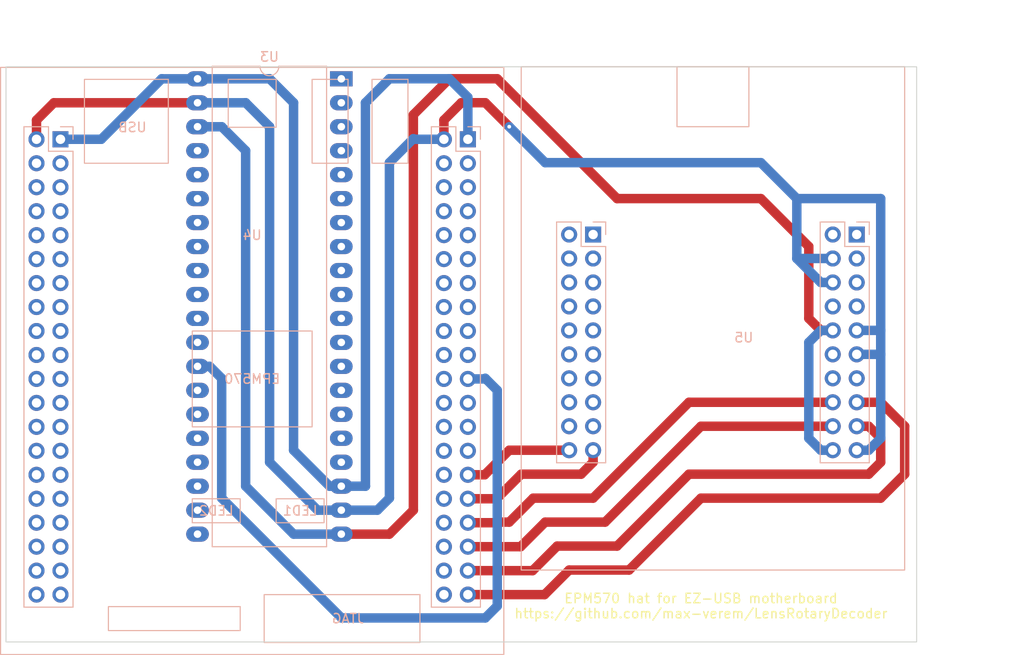
<source format=kicad_pcb>
(kicad_pcb (version 20211014) (generator pcbnew)
  (layers (0 "F.Cu" signal) (31 "B.Cu" signal) (34 "B.Paste" user) (35 "F.Paste" user) (36 "B.SilkS" user "B.Silkscreen") (37 "F.SilkS" user "F.Silkscreen") (38 "B.Mask" user) (39 "F.Mask" user) (44 "Edge.Cuts" user))
  (net 0 "")
  (net 1 "/GND")
  (net 2 "/VCC")
  (net 3 "/OUT_ZOOM_A")
  (net 4 "/OUT_ZOOM_B")
  (net 5 "/OUT_FOCUS_B")
  (net 6 "/OUT_IRIS_A")
  (net 7 "/OUT_IRIS_B")
  (net 8 "/OUT_FOCUS_A")
  (net 42 "/TX2")
  (net 139 "/PWIN")
  (footprint "Package_DIP:DIP-40_W15.24mm_LongPads" (layer "B.Cu") (at 125.71 44.455 180)
    (fp_text reference "U3" (at 7.62 2.33) (layer "B.SilkS") (effects (justify mirror)))
    (fp_text value "STM32F4x1Cx_v2.0+")
    (fp_line (start 6.62 1.33) (end 1.56 1.33) (layer "B.SilkS") (width 0.12))
    (fp_line (start 13.68 -49.59) (end 13.68 1.33) (layer "B.SilkS") (width 0.12))
    (fp_line (start 13.68 1.33) (end 8.62 1.33) (layer "B.SilkS") (width 0.12))
    (fp_line (start 1.56 -49.59) (end 13.68 -49.59) (layer "B.SilkS") (width 0.12))
    (fp_line (start 1.56 1.33) (end 1.56 -49.59) (layer "B.SilkS") (width 0.12))
    (fp_arc (start 6.62 1.33) (mid 7.62 0.33) (end 8.62 1.33) (layer "B.SilkS") (width 0.12))
    (pad "1" thru_hole rect locked (at 0 0 180) (size 2.4 1.6) (drill 0.8) (layers *.Cu *.Mask))
    (pad "2" thru_hole oval locked (at 0 -2.54 180) (size 2.4 1.6) (drill 0.8) (layers *.Cu *.Mask))
    (pad "3" thru_hole oval locked (at 0 -5.08 180) (size 2.4 1.6) (drill 0.8) (layers *.Cu *.Mask))
    (pad "4" thru_hole oval locked (at 0 -7.62 180) (size 2.4 1.6) (drill 0.8) (layers *.Cu *.Mask))
    (pad "5" thru_hole oval locked (at 0 -10.16 180) (size 2.4 1.6) (drill 0.8) (layers *.Cu *.Mask))
    (pad "6" thru_hole oval locked (at 0 -12.7 180) (size 2.4 1.6) (drill 0.8) (layers *.Cu *.Mask))
    (pad "7" thru_hole oval locked (at 0 -15.24 180) (size 2.4 1.6) (drill 0.8) (layers *.Cu *.Mask))
    (pad "8" thru_hole oval locked (at 0 -17.78 180) (size 2.4 1.6) (drill 0.8) (layers *.Cu *.Mask))
    (pad "9" thru_hole oval locked (at 0 -20.32 180) (size 2.4 1.6) (drill 0.8) (layers *.Cu *.Mask))
    (pad "10" thru_hole oval locked (at 0 -22.86 180) (size 2.4 1.6) (drill 0.8) (layers *.Cu *.Mask))
    (pad "11" thru_hole oval locked (at 0 -25.4 180) (size 2.4 1.6) (drill 0.8) (layers *.Cu *.Mask))
    (pad "12" thru_hole oval locked (at 0 -27.94 180) (size 2.4 1.6) (drill 0.8) (layers *.Cu *.Mask))
    (pad "13" thru_hole oval locked (at 0 -30.48 180) (size 2.4 1.6) (drill 0.8) (layers *.Cu *.Mask))
    (pad "14" thru_hole oval locked (at 0 -33.02 180) (size 2.4 1.6) (drill 0.8) (layers *.Cu *.Mask))
    (pad "15" thru_hole oval locked (at 0 -35.56 180) (size 2.4 1.6) (drill 0.8) (layers *.Cu *.Mask))
    (pad "16" thru_hole oval locked (at 0 -38.1 180) (size 2.4 1.6) (drill 0.8) (layers *.Cu *.Mask))
    (pad "17" thru_hole oval locked (at 0 -40.64 180) (size 2.4 1.6) (drill 0.8) (layers *.Cu *.Mask))
    (pad "18" thru_hole oval locked (at 0 -43.18 180) (size 2.4 1.6) (drill 0.8) (layers *.Cu *.Mask) (net 139 "/PWIN"))
    (pad "19" thru_hole oval locked (at 0 -45.72 180) (size 2.4 1.6) (drill 0.8) (layers *.Cu *.Mask) (net 1 "/GND"))
    (pad "20" thru_hole oval locked (at 0 -48.26 180) (size 2.4 1.6) (drill 0.8) (layers *.Cu *.Mask) (net 2 "/VCC"))
    (pad "21" thru_hole oval locked (at 15.24 -48.26 180) (size 2.4 1.6) (drill 0.8) (layers *.Cu *.Mask))
    (pad "22" thru_hole oval locked (at 15.24 -45.72 180) (size 2.4 1.6) (drill 0.8) (layers *.Cu *.Mask))
    (pad "23" thru_hole oval locked (at 15.24 -43.18 180) (size 2.4 1.6) (drill 0.8) (layers *.Cu *.Mask))
    (pad "24" thru_hole oval locked (at 15.24 -40.64 180) (size 2.4 1.6) (drill 0.8) (layers *.Cu *.Mask))
    (pad "25" thru_hole oval locked (at 15.24 -38.1 180) (size 2.4 1.6) (drill 0.8) (layers *.Cu *.Mask))
    (pad "26" thru_hole oval locked (at 15.24 -35.56 180) (size 2.4 1.6) (drill 0.8) (layers *.Cu *.Mask))
    (pad "27" thru_hole oval locked (at 15.24 -33.02 180) (size 2.4 1.6) (drill 0.8) (layers *.Cu *.Mask))
    (pad "28" thru_hole oval locked (at 15.24 -30.48 180) (size 2.4 1.6) (drill 0.8) (layers *.Cu *.Mask) (net 42 "/TX2"))
    (pad "29" thru_hole oval locked (at 15.24 -27.94 180) (size 2.4 1.6) (drill 0.8) (layers *.Cu *.Mask))
    (pad "30" thru_hole oval locked (at 15.24 -25.4 180) (size 2.4 1.6) (drill 0.8) (layers *.Cu *.Mask))
    (pad "31" thru_hole oval locked (at 15.24 -22.86 180) (size 2.4 1.6) (drill 0.8) (layers *.Cu *.Mask))
    (pad "32" thru_hole oval locked (at 15.24 -20.32 180) (size 2.4 1.6) (drill 0.8) (layers *.Cu *.Mask))
    (pad "33" thru_hole oval locked (at 15.24 -17.78 180) (size 2.4 1.6) (drill 0.8) (layers *.Cu *.Mask))
    (pad "34" thru_hole oval locked (at 15.24 -15.24 180) (size 2.4 1.6) (drill 0.8) (layers *.Cu *.Mask))
    (pad "35" thru_hole oval locked (at 15.24 -12.7 180) (size 2.4 1.6) (drill 0.8) (layers *.Cu *.Mask))
    (pad "36" thru_hole oval locked (at 15.24 -10.16 180) (size 2.4 1.6) (drill 0.8) (layers *.Cu *.Mask))
    (pad "37" thru_hole oval locked (at 15.24 -7.62 180) (size 2.4 1.6) (drill 0.8) (layers *.Cu *.Mask))
    (pad "38" thru_hole oval locked (at 15.24 -5.08 180) (size 2.4 1.6) (drill 0.8) (layers *.Cu *.Mask) (net 2 "/VCC"))
    (pad "39" thru_hole oval locked (at 15.24 -2.54 180) (size 2.4 1.6) (drill 0.8) (layers *.Cu *.Mask) (net 1 "/GND"))
    (pad "40" thru_hole oval locked (at 15.24 0 180) (size 2.4 1.6) (drill 0.8) (layers *.Cu *.Mask) (net 139 "/PWIN"))
  )
  (footprint "LensRotaryDecoder:CY7C68013A_EZ-USB_FX2LP" (layer "B.Cu") (at 168.37 72.385 180)
    (fp_text reference "U5" (at 0 0.5 unlocked) (layer "B.SilkS") (effects (justify mirror)))
    (fp_text value "CY7C68013A_EZ-USB_FX2LP")
    (fp_line (start -8.1 12.755) (end -8.1 -12.765) (layer "B.SilkS") (width 0.12))
    (fp_line (start 19.84 12.755) (end 19.84 -12.765) (layer "B.SilkS") (width 0.12))
    (fp_line (start -10.7 12.755) (end -8.1 12.755) (layer "B.SilkS") (width 0.12))
    (fp_line (start -13.3 -12.765) (end -8.1 -12.765) (layer "B.SilkS") (width 0.12))
    (fp_line (start 17.24 12.755) (end 19.84 12.755) (layer "B.SilkS") (width 0.12))
    (fp_line (start 14.64 12.755) (end 15.97 12.755) (layer "B.SilkS") (width 0.12))
    (fp_line (start -13.3 10.155) (end -13.3 -12.765) (layer "B.SilkS") (width 0.12))
    (fp_line (start 14.64 10.155) (end 17.24 10.155) (layer "B.SilkS") (width 0.12))
    (fp_line (start 14.64 -12.765) (end 19.84 -12.765) (layer "B.SilkS") (width 0.12))
    (fp_line (start -10.7 10.155) (end -10.7 12.755) (layer "B.SilkS") (width 0.12))
    (fp_line (start 17.24 10.155) (end 17.24 12.755) (layer "B.SilkS") (width 0.12))
    (fp_line (start -13.3 12.755) (end -11.97 12.755) (layer "B.SilkS") (width 0.12))
    (fp_line (start -13.3 11.425) (end -13.3 12.755) (layer "B.SilkS") (width 0.12))
    (fp_line (start -13.3 10.155) (end -10.7 10.155) (layer "B.SilkS") (width 0.12))
    (fp_line (start 14.64 11.425) (end 14.64 12.755) (layer "B.SilkS") (width 0.12))
    (fp_line (start 14.64 10.155) (end 14.64 -12.765) (layer "B.SilkS") (width 0.12))
    (fp_rect (start -17.05 29.205) (end 23.59 -24.135) (layer "B.SilkS") (width 0.12) (fill none))
    (fp_rect (start -0.54 29.205) (end 7.08 22.855) (layer "B.SilkS") (width 0.12) (fill none))
    (pad "1" thru_hole rect (at -11.97 11.425 180) (size 1.7 1.7) (drill 1) (layers *.Cu *.Mask))
    (pad "2" thru_hole oval (at -9.43 11.425 180) (size 1.7 1.7) (drill 1) (layers *.Cu *.Mask))
    (pad "3" thru_hole oval (at -11.97 8.885 180) (size 1.7 1.7) (drill 1) (layers *.Cu *.Mask))
    (pad "4" thru_hole oval (at -9.43 8.885 180) (size 1.7 1.7) (drill 1) (layers *.Cu *.Mask) (net 1 "/GND"))
    (pad "5" thru_hole oval (at -11.97 6.345 180) (size 1.7 1.7) (drill 1) (layers *.Cu *.Mask))
    (pad "6" thru_hole oval (at -9.43 6.345 180) (size 1.7 1.7) (drill 1) (layers *.Cu *.Mask) (net 1 "/GND"))
    (pad "7" thru_hole oval (at -11.97 3.805 180) (size 1.7 1.7) (drill 1) (layers *.Cu *.Mask))
    (pad "8" thru_hole oval (at -9.43 3.805 180) (size 1.7 1.7) (drill 1) (layers *.Cu *.Mask))
    (pad "9" thru_hole oval (at -11.97 1.265 180) (size 1.7 1.7) (drill 1) (layers *.Cu *.Mask) (net 1 "/GND"))
    (pad "10" thru_hole oval (at -9.43 1.265 180) (size 1.7 1.7) (drill 1) (layers *.Cu *.Mask) (net 2 "/VCC"))
    (pad "11" thru_hole oval (at -11.97 -1.275 180) (size 1.7 1.7) (drill 1) (layers *.Cu *.Mask) (net 1 "/GND"))
    (pad "12" thru_hole oval (at -9.43 -1.275 180) (size 1.7 1.7) (drill 1) (layers *.Cu *.Mask))
    (pad "13" thru_hole oval (at -11.97 -3.815 180) (size 1.7 1.7) (drill 1) (layers *.Cu *.Mask))
    (pad "14" thru_hole oval (at -9.43 -3.815 180) (size 1.7 1.7) (drill 1) (layers *.Cu *.Mask))
    (pad "15" thru_hole oval (at -11.97 -6.355 180) (size 1.7 1.7) (drill 1) (layers *.Cu *.Mask) (net 3 "/OUT_ZOOM_A"))
    (pad "16" thru_hole oval (at -9.43 -6.355 180) (size 1.7 1.7) (drill 1) (layers *.Cu *.Mask) (net 4 "/OUT_ZOOM_B"))
    (pad "17" thru_hole oval (at -11.97 -8.895 180) (size 1.7 1.7) (drill 1) (layers *.Cu *.Mask) (net 8 "/OUT_FOCUS_A"))
    (pad "18" thru_hole oval (at -9.43 -8.895 180) (size 1.7 1.7) (drill 1) (layers *.Cu *.Mask) (net 5 "/OUT_FOCUS_B"))
    (pad "19" thru_hole oval (at -11.97 -11.435 180) (size 1.7 1.7) (drill 1) (layers *.Cu *.Mask) (net 1 "/GND"))
    (pad "20" thru_hole oval (at -9.43 -11.435 180) (size 1.7 1.7) (drill 1) (layers *.Cu *.Mask) (net 2 "/VCC"))
    (pad "21" thru_hole rect (at 15.97 11.425 180) (size 1.7 1.7) (drill 1) (layers *.Cu *.Mask))
    (pad "22" thru_hole oval (at 18.51 11.425 180) (size 1.7 1.7) (drill 1) (layers *.Cu *.Mask))
    (pad "23" thru_hole oval (at 15.97 8.885 180) (size 1.7 1.7) (drill 1) (layers *.Cu *.Mask))
    (pad "24" thru_hole oval (at 18.51 8.885 180) (size 1.7 1.7) (drill 1) (layers *.Cu *.Mask))
    (pad "25" thru_hole oval (at 15.97 6.345 180) (size 1.7 1.7) (drill 1) (layers *.Cu *.Mask))
    (pad "26" thru_hole oval (at 18.51 6.345 180) (size 1.7 1.7) (drill 1) (layers *.Cu *.Mask))
    (pad "27" thru_hole oval (at 15.97 3.805 180) (size 1.7 1.7) (drill 1) (layers *.Cu *.Mask))
    (pad "28" thru_hole oval (at 18.51 3.805 180) (size 1.7 1.7) (drill 1) (layers *.Cu *.Mask))
    (pad "29" thru_hole oval (at 15.97 1.265 180) (size 1.7 1.7) (drill 1) (layers *.Cu *.Mask))
    (pad "30" thru_hole oval (at 18.51 1.265 180) (size 1.7 1.7) (drill 1) (layers *.Cu *.Mask))
    (pad "31" thru_hole oval (at 15.97 -1.275 180) (size 1.7 1.7) (drill 1) (layers *.Cu *.Mask))
    (pad "32" thru_hole oval (at 18.51 -1.275 180) (size 1.7 1.7) (drill 1) (layers *.Cu *.Mask))
    (pad "33" thru_hole oval (at 15.97 -3.815 180) (size 1.7 1.7) (drill 1) (layers *.Cu *.Mask))
    (pad "34" thru_hole oval (at 18.51 -3.815 180) (size 1.7 1.7) (drill 1) (layers *.Cu *.Mask))
    (pad "35" thru_hole oval (at 15.97 -6.355 180) (size 1.7 1.7) (drill 1) (layers *.Cu *.Mask))
    (pad "36" thru_hole oval (at 18.51 -6.355 180) (size 1.7 1.7) (drill 1) (layers *.Cu *.Mask))
    (pad "37" thru_hole oval (at 15.97 -8.895 180) (size 1.7 1.7) (drill 1) (layers *.Cu *.Mask))
    (pad "38" thru_hole oval (at 18.51 -8.895 180) (size 1.7 1.7) (drill 1) (layers *.Cu *.Mask))
    (pad "39" thru_hole oval (at 15.97 -11.435 180) (size 1.7 1.7) (drill 1) (layers *.Cu *.Mask) (net 7 "/OUT_IRIS_B"))
    (pad "40" thru_hole oval (at 18.51 -11.435 180) (size 1.7 1.7) (drill 1) (layers *.Cu *.Mask) (net 6 "/OUT_IRIS_A"))
  )
  (footprint "LensRotaryDecoder:EPM570_DEV_BOARD" (layer "B.Cu") (at 116.265 76.265 180)
    (fp_text reference "U4" (at 0 15.24 unlocked) (layer "B.SilkS") (effects (justify mirror)))
    (fp_text value "EPM570_DEV_BOARD")
    (fp_text user "EPM570" (at 0 0 unlocked) (layer "B.SilkS") (effects (justify mirror)))
    (fp_text user "LED1" (at -5.08 -13.97 unlocked) (layer "B.SilkS") (effects (justify mirror)))
    (fp_text user "JTAG" (at -10.16 -25.4 unlocked) (layer "B.SilkS") (effects (justify mirror)))
    (fp_text user "LED2" (at 3.81 -13.97 unlocked) (layer "B.SilkS") (effects (justify mirror)))
    (fp_text user "USB" (at 12.7 26.67 unlocked) (layer "B.SilkS") (effects (justify mirror)))
    (fp_line (start -24.19 25.4) (end -24.19 26.73) (layer "B.SilkS") (width 0.12))
    (fp_line (start 24.19 26.73) (end 24.19 -24.19) (layer "B.SilkS") (width 0.12))
    (fp_line (start 18.99 24.13) (end 21.59 24.13) (layer "B.SilkS") (width 0.12))
    (fp_line (start 21.59 26.73) (end 24.19 26.73) (layer "B.SilkS") (width 0.12))
    (fp_line (start -21.59 24.13) (end -21.59 26.73) (layer "B.SilkS") (width 0.12))
    (fp_line (start -24.19 -24.19) (end -18.99 -24.19) (layer "B.SilkS") (width 0.12))
    (fp_line (start 18.99 26.73) (end 20.32 26.73) (layer "B.SilkS") (width 0.12))
    (fp_line (start -24.19 26.73) (end -22.86 26.73) (layer "B.SilkS") (width 0.12))
    (fp_line (start 21.59 24.13) (end 21.59 26.73) (layer "B.SilkS") (width 0.12))
    (fp_line (start 18.99 24.13) (end 18.99 -24.19) (layer "B.SilkS") (width 0.12))
    (fp_line (start 18.99 25.4) (end 18.99 26.73) (layer "B.SilkS") (width 0.12))
    (fp_line (start -21.59 26.73) (end -18.99 26.73) (layer "B.SilkS") (width 0.12))
    (fp_line (start -18.99 26.73) (end -18.99 -24.19) (layer "B.SilkS") (width 0.12))
    (fp_line (start -24.19 24.13) (end -24.19 -24.19) (layer "B.SilkS") (width 0.12))
    (fp_line (start -24.19 24.13) (end -21.59 24.13) (layer "B.SilkS") (width 0.12))
    (fp_line (start 18.99 -24.19) (end 24.19 -24.19) (layer "B.SilkS") (width 0.12))
    (fp_rect (start 6.35 -15.24) (end 1.27 -12.7) (layer "B.SilkS") (width 0.12) (fill none))
    (fp_rect (start -2.54 31.75) (end 2.54 26.67) (layer "B.SilkS") (width 0.12) (fill none))
    (fp_rect (start -26.67 33.02) (end 26.67 -29.21) (layer "B.SilkS") (width 0.12) (fill none))
    (fp_rect (start -10.16 31.75) (end -6.35 22.86) (layer "B.SilkS") (width 0.12) (fill none))
    (fp_rect (start 8.89 31.75) (end 17.78 22.86) (layer "B.SilkS") (width 0.12) (fill none))
    (fp_rect (start -16.51 31.75) (end -12.7 22.86) (layer "B.SilkS") (width 0.12) (fill none))
    (fp_rect (start -6.35 5.08) (end 6.35 -5.08) (layer "B.SilkS") (width 0.12) (fill none))
    (fp_rect (start -7.62 -12.7) (end -2.54 -15.24) (layer "B.SilkS") (width 0.12) (fill none))
    (fp_rect (start -17.78 -22.86) (end -1.27 -27.94) (layer "B.SilkS") (width 0.12) (fill none))
    (fp_rect (start 1.27 -24.13) (end 15.24 -26.67) (layer "B.SilkS") (width 0.12) (fill none))
    (pad "1" thru_hole rect (at -22.86 25.4 180) (size 1.7 1.7) (drill 1) (layers *.Cu *.Mask) (net 139 "/PWIN"))
    (pad "2" thru_hole oval (at -20.32 25.4 180) (size 1.7 1.7) (drill 1) (layers *.Cu *.Mask) (net 1 "/GND"))
    (pad "3" thru_hole oval (at -22.86 22.86 180) (size 1.7 1.7) (drill 1) (layers *.Cu *.Mask))
    (pad "4" thru_hole oval (at -20.32 22.86 180) (size 1.7 1.7) (drill 1) (layers *.Cu *.Mask))
    (pad "5" thru_hole oval (at -22.86 20.32 180) (size 1.7 1.7) (drill 1) (layers *.Cu *.Mask))
    (pad "6" thru_hole oval (at -20.32 20.32 180) (size 1.7 1.7) (drill 1) (layers *.Cu *.Mask))
    (pad "7" thru_hole oval (at -22.86 17.78 180) (size 1.7 1.7) (drill 1) (layers *.Cu *.Mask))
    (pad "8" thru_hole oval (at -20.32 17.78 180) (size 1.7 1.7) (drill 1) (layers *.Cu *.Mask))
    (pad "9" thru_hole oval (at -22.86 15.24 180) (size 1.7 1.7) (drill 1) (layers *.Cu *.Mask))
    (pad "10" thru_hole oval (at -20.32 15.24 180) (size 1.7 1.7) (drill 1) (layers *.Cu *.Mask))
    (pad "11" thru_hole oval (at -22.86 12.7 180) (size 1.7 1.7) (drill 1) (layers *.Cu *.Mask))
    (pad "12" thru_hole oval (at -20.32 12.7 180) (size 1.7 1.7) (drill 1) (layers *.Cu *.Mask))
    (pad "13" thru_hole oval (at -22.86 10.16 180) (size 1.7 1.7) (drill 1) (layers *.Cu *.Mask))
    (pad "14" thru_hole oval (at -20.32 10.16 180) (size 1.7 1.7) (drill 1) (layers *.Cu *.Mask))
    (pad "15" thru_hole oval (at -22.86 7.62 180) (size 1.7 1.7) (drill 1) (layers *.Cu *.Mask))
    (pad "16" thru_hole oval (at -20.32 7.62 180) (size 1.7 1.7) (drill 1) (layers *.Cu *.Mask))
    (pad "17" thru_hole oval (at -22.86 5.08 180) (size 1.7 1.7) (drill 1) (layers *.Cu *.Mask))
    (pad "18" thru_hole oval (at -20.32 5.08 180) (size 1.7 1.7) (drill 1) (layers *.Cu *.Mask))
    (pad "19" thru_hole oval (at -22.86 2.54 180) (size 1.7 1.7) (drill 1) (layers *.Cu *.Mask))
    (pad "20" thru_hole oval (at -20.32 2.54 180) (size 1.7 1.7) (drill 1) (layers *.Cu *.Mask))
    (pad "21" thru_hole oval (at -22.86 0 180) (size 1.7 1.7) (drill 1) (layers *.Cu *.Mask) (net 42 "/TX2"))
    (pad "22" thru_hole oval (at -20.32 0 180) (size 1.7 1.7) (drill 1) (layers *.Cu *.Mask))
    (pad "23" thru_hole oval (at -22.86 -2.54 180) (size 1.7 1.7) (drill 1) (layers *.Cu *.Mask))
    (pad "24" thru_hole oval (at -20.32 -2.54 180) (size 1.7 1.7) (drill 1) (layers *.Cu *.Mask))
    (pad "25" thru_hole oval (at -22.86 -5.08 180) (size 1.7 1.7) (drill 1) (layers *.Cu *.Mask))
    (pad "26" thru_hole oval (at -20.32 -5.08 180) (size 1.7 1.7) (drill 1) (layers *.Cu *.Mask))
    (pad "27" thru_hole oval (at -22.86 -7.62 180) (size 1.7 1.7) (drill 1) (layers *.Cu *.Mask))
    (pad "28" thru_hole oval (at -20.32 -7.62 180) (size 1.7 1.7) (drill 1) (layers *.Cu *.Mask))
    (pad "29" thru_hole oval (at -22.86 -10.16 180) (size 1.7 1.7) (drill 1) (layers *.Cu *.Mask) (net 6 "/OUT_IRIS_A"))
    (pad "30" thru_hole oval (at -20.32 -10.16 180) (size 1.7 1.7) (drill 1) (layers *.Cu *.Mask))
    (pad "31" thru_hole oval (at -22.86 -12.7 180) (size 1.7 1.7) (drill 1) (layers *.Cu *.Mask) (net 7 "/OUT_IRIS_B"))
    (pad "32" thru_hole oval (at -20.32 -12.7 180) (size 1.7 1.7) (drill 1) (layers *.Cu *.Mask))
    (pad "33" thru_hole oval (at -22.86 -15.24 180) (size 1.7 1.7) (drill 1) (layers *.Cu *.Mask) (net 4 "/OUT_ZOOM_B"))
    (pad "34" thru_hole oval (at -20.32 -15.24 180) (size 1.7 1.7) (drill 1) (layers *.Cu *.Mask))
    (pad "35" thru_hole oval (at -22.86 -17.78 180) (size 1.7 1.7) (drill 1) (layers *.Cu *.Mask) (net 5 "/OUT_FOCUS_B"))
    (pad "36" thru_hole oval (at -20.32 -17.78 180) (size 1.7 1.7) (drill 1) (layers *.Cu *.Mask))
    (pad "37" thru_hole oval (at -22.86 -20.32 180) (size 1.7 1.7) (drill 1) (layers *.Cu *.Mask) (net 8 "/OUT_FOCUS_A"))
    (pad "38" thru_hole oval (at -20.32 -20.32 180) (size 1.7 1.7) (drill 1) (layers *.Cu *.Mask))
    (pad "39" thru_hole oval (at -22.86 -22.86 180) (size 1.7 1.7) (drill 1) (layers *.Cu *.Mask) (net 3 "/OUT_ZOOM_A"))
    (pad "40" thru_hole oval (at -20.32 -22.86 180) (size 1.7 1.7) (drill 1) (layers *.Cu *.Mask))
    (pad "41" thru_hole rect (at 20.32 25.4 180) (size 1.7 1.7) (drill 1) (layers *.Cu *.Mask) (net 139 "/PWIN"))
    (pad "42" thru_hole oval (at 22.86 25.4 180) (size 1.7 1.7) (drill 1) (layers *.Cu *.Mask) (net 1 "/GND"))
    (pad "43" thru_hole oval (at 20.32 22.86 180) (size 1.7 1.7) (drill 1) (layers *.Cu *.Mask))
    (pad "44" thru_hole oval (at 22.86 22.86 180) (size 1.7 1.7) (drill 1) (layers *.Cu *.Mask))
    (pad "45" thru_hole oval (at 20.32 20.32 180) (size 1.7 1.7) (drill 1) (layers *.Cu *.Mask))
    (pad "46" thru_hole oval (at 22.86 20.32 180) (size 1.7 1.7) (drill 1) (layers *.Cu *.Mask))
    (pad "47" thru_hole oval (at 20.32 17.78 180) (size 1.7 1.7) (drill 1) (layers *.Cu *.Mask))
    (pad "48" thru_hole oval (at 22.86 17.78 180) (size 1.7 1.7) (drill 1) (layers *.Cu *.Mask))
    (pad "49" thru_hole oval (at 20.32 15.24 180) (size 1.7 1.7) (drill 1) (layers *.Cu *.Mask))
    (pad "50" thru_hole oval (at 22.86 15.24 180) (size 1.7 1.7) (drill 1) (layers *.Cu *.Mask))
    (pad "51" thru_hole oval (at 20.32 12.7 180) (size 1.7 1.7) (drill 1) (layers *.Cu *.Mask))
    (pad "52" thru_hole oval (at 22.86 12.7 180) (size 1.7 1.7) (drill 1) (layers *.Cu *.Mask))
    (pad "53" thru_hole oval (at 20.32 10.16 180) (size 1.7 1.7) (drill 1) (layers *.Cu *.Mask))
    (pad "54" thru_hole oval (at 22.86 10.16 180) (size 1.7 1.7) (drill 1) (layers *.Cu *.Mask))
    (pad "55" thru_hole oval (at 20.32 7.62 180) (size 1.7 1.7) (drill 1) (layers *.Cu *.Mask))
    (pad "56" thru_hole oval (at 22.86 7.62 180) (size 1.7 1.7) (drill 1) (layers *.Cu *.Mask))
    (pad "57" thru_hole oval (at 20.32 5.08 180) (size 1.7 1.7) (drill 1) (layers *.Cu *.Mask))
    (pad "58" thru_hole oval (at 22.86 5.08 180) (size 1.7 1.7) (drill 1) (layers *.Cu *.Mask))
    (pad "59" thru_hole oval (at 20.32 2.54 180) (size 1.7 1.7) (drill 1) (layers *.Cu *.Mask))
    (pad "60" thru_hole oval (at 22.86 2.54 180) (size 1.7 1.7) (drill 1) (layers *.Cu *.Mask))
    (pad "61" thru_hole oval (at 20.32 0 180) (size 1.7 1.7) (drill 1) (layers *.Cu *.Mask))
    (pad "62" thru_hole oval (at 22.86 0 180) (size 1.7 1.7) (drill 1) (layers *.Cu *.Mask))
    (pad "63" thru_hole oval (at 20.32 -2.54 180) (size 1.7 1.7) (drill 1) (layers *.Cu *.Mask))
    (pad "64" thru_hole oval (at 22.86 -2.54 180) (size 1.7 1.7) (drill 1) (layers *.Cu *.Mask))
    (pad "65" thru_hole oval (at 20.32 -5.08 180) (size 1.7 1.7) (drill 1) (layers *.Cu *.Mask))
    (pad "66" thru_hole oval (at 22.86 -5.08 180) (size 1.7 1.7) (drill 1) (layers *.Cu *.Mask))
    (pad "67" thru_hole oval (at 20.32 -7.62 180) (size 1.7 1.7) (drill 1) (layers *.Cu *.Mask))
    (pad "68" thru_hole oval (at 22.86 -7.62 180) (size 1.7 1.7) (drill 1) (layers *.Cu *.Mask))
    (pad "69" thru_hole oval (at 20.32 -10.16 180) (size 1.7 1.7) (drill 1) (layers *.Cu *.Mask))
    (pad "70" thru_hole oval (at 22.86 -10.16 180) (size 1.7 1.7) (drill 1) (layers *.Cu *.Mask))
    (pad "71" thru_hole oval (at 20.32 -12.7 180) (size 1.7 1.7) (drill 1) (layers *.Cu *.Mask))
    (pad "72" thru_hole oval (at 22.86 -12.7 180) (size 1.7 1.7) (drill 1) (layers *.Cu *.Mask))
    (pad "73" thru_hole oval (at 20.32 -15.24 180) (size 1.7 1.7) (drill 1) (layers *.Cu *.Mask))
    (pad "74" thru_hole oval (at 22.86 -15.24 180) (size 1.7 1.7) (drill 1) (layers *.Cu *.Mask))
    (pad "75" thru_hole oval (at 20.32 -17.78 180) (size 1.7 1.7) (drill 1) (layers *.Cu *.Mask))
    (pad "76" thru_hole oval (at 22.86 -17.78 180) (size 1.7 1.7) (drill 1) (layers *.Cu *.Mask))
    (pad "77" thru_hole oval (at 20.32 -20.32 180) (size 1.7 1.7) (drill 1) (layers *.Cu *.Mask))
    (pad "78" thru_hole oval (at 22.86 -20.32 180) (size 1.7 1.7) (drill 1) (layers *.Cu *.Mask))
    (pad "79" thru_hole oval (at 20.32 -22.86 180) (size 1.7 1.7) (drill 1) (layers *.Cu *.Mask))
    (pad "80" thru_hole oval (at 22.86 -22.86 180) (size 1.7 1.7) (drill 1) (layers *.Cu *.Mask))
  )
  (gr_rect (start 90.17 43.18) (end 186.69 104.14) (layer "Edge.Cuts") (width 0.1) (fill none))
  (gr_text "EPM570 hat for EZ-USB motherboard\nhttps://github.com/max-verem/LensRotaryDecoder" (at 163.83 100.33) (layer "F.SilkS") (effects (font (size 1 1))))
  (segment (start 140.97 46.99) (end 138.43 46.99) (width 1) (layer "F.Cu") (net 1))
  (segment (start 93.405 48.835) (end 95.245 46.995) (width 1) (layer "F.Cu") (net 1))
  (segment (start 95.245 46.995) (end 110.47 46.995) (width 1) (layer "F.Cu") (net 1))
  (segment (start 143.51 49.53) (end 140.97 46.99) (width 1) (layer "F.Cu") (net 1))
  (segment (start 138.43 46.99) (end 136.585 48.835) (width 1) (layer "F.Cu") (net 1))
  (segment (start 93.405 50.865) (end 93.405 48.835) (width 1) (layer "F.Cu") (net 1))
  (segment (start 136.585 48.835) (end 136.585 50.865) (width 1) (layer "F.Cu") (net 1))
  (via (at 143.51 49.53) (size 0.8) (drill 0.4) (layers "F.Cu" "B.Cu") (net 1))
  (segment (start 147.32 53.34) (end 170.18 53.34) (width 1) (layer "B.Cu") (net 1))
  (segment (start 133.35 50.8) (end 133.415 50.865) (width 1) (layer "B.Cu") (net 1))
  (segment (start 180.34 71.12) (end 182.88 71.12) (width 1) (layer "B.Cu") (net 1))
  (segment (start 180.34 83.82) (end 181.61 83.82) (width 1) (layer "B.Cu") (net 1))
  (segment (start 181.61 83.82) (end 182.88 82.55) (width 1) (layer "B.Cu") (net 1))
  (segment (start 115.57 46.99) (end 115.565 46.995) (width 1) (layer "B.Cu") (net 1))
  (segment (start 118.11 85.09) (end 118.11 49.53) (width 1) (layer "B.Cu") (net 1))
  (segment (start 125.71 90.175) (end 129.535 90.175) (width 1) (layer "B.Cu") (net 1))
  (segment (start 170.18 53.34) (end 173.99 57.15) (width 1) (layer "B.Cu") (net 1))
  (segment (start 133.415 50.865) (end 136.585 50.865) (width 1) (layer "B.Cu") (net 1))
  (segment (start 125.71 90.175) (end 123.195 90.175) (width 1) (layer "B.Cu") (net 1))
  (segment (start 180.34 73.66) (end 182.88 73.66) (width 1) (layer "B.Cu") (net 1))
  (segment (start 182.88 57.15) (end 173.99 57.15) (width 1) (layer "B.Cu") (net 1))
  (segment (start 173.99 57.15) (end 173.99 63.5) (width 1) (layer "B.Cu") (net 1))
  (segment (start 123.195 90.175) (end 118.11 85.09) (width 1) (layer "B.Cu") (net 1))
  (segment (start 129.535 90.175) (end 130.81 88.9) (width 1) (layer "B.Cu") (net 1))
  (segment (start 177.8 63.5) (end 173.99 63.5) (width 1) (layer "B.Cu") (net 1))
  (segment (start 182.88 71.12) (end 182.88 57.15) (width 1) (layer "B.Cu") (net 1))
  (segment (start 115.565 46.995) (end 110.47 46.995) (width 1) (layer "B.Cu") (net 1))
  (segment (start 182.88 82.55) (end 182.88 73.66) (width 1) (layer "B.Cu") (net 1))
  (segment (start 130.81 88.9) (end 130.81 53.34) (width 1) (layer "B.Cu") (net 1))
  (segment (start 176.53 66.04) (end 177.8 66.04) (width 1) (layer "B.Cu") (net 1))
  (segment (start 173.99 63.5) (end 176.53 66.04) (width 1) (layer "B.Cu") (net 1))
  (segment (start 130.81 53.34) (end 133.35 50.8) (width 1) (layer "B.Cu") (net 1))
  (segment (start 143.51 49.53) (end 147.32 53.34) (width 1) (layer "B.Cu") (net 1))
  (segment (start 182.88 73.66) (end 182.88 71.12) (width 1) (layer "B.Cu") (net 1))
  (segment (start 118.11 49.53) (end 115.57 46.99) (width 1) (layer "B.Cu") (net 1))
  (segment (start 133.35 48.26) (end 137.16 44.45) (width 1) (layer "F.Cu") (net 2))
  (segment (start 130.805 92.715) (end 133.35 90.17) (width 1) (layer "F.Cu") (net 2))
  (segment (start 176.53 71.12) (end 177.8 71.12) (width 1) (layer "F.Cu") (net 2))
  (segment (start 133.35 90.17) (end 133.35 48.26) (width 1) (layer "F.Cu") (net 2))
  (segment (start 175.26 62.23) (end 175.26 69.85) (width 1) (layer "F.Cu") (net 2))
  (segment (start 142.24 44.45) (end 154.94 57.15) (width 1) (layer "F.Cu") (net 2))
  (segment (start 175.26 69.85) (end 176.53 71.12) (width 1) (layer "F.Cu") (net 2))
  (segment (start 154.94 57.15) (end 170.18 57.15) (width 1) (layer "F.Cu") (net 2))
  (segment (start 137.16 44.45) (end 142.24 44.45) (width 1) (layer "F.Cu") (net 2))
  (segment (start 170.18 57.15) (end 175.26 62.23) (width 1) (layer "F.Cu") (net 2))
  (segment (start 125.71 92.715) (end 130.805 92.715) (width 1) (layer "F.Cu") (net 2))
  (segment (start 176.53 71.12) (end 177.8 71.12) (width 1) (layer "B.Cu") (net 2))
  (segment (start 115.57 87.63) (end 120.655 92.715) (width 1) (layer "B.Cu") (net 2))
  (segment (start 177.8 83.82) (end 176.53 83.82) (width 1) (layer "B.Cu") (net 2))
  (segment (start 175.26 82.55) (end 175.26 72.39) (width 1) (layer "B.Cu") (net 2))
  (segment (start 175.26 72.39) (end 176.53 71.12) (width 1) (layer "B.Cu") (net 2))
  (segment (start 115.57 52.07) (end 115.57 87.63) (width 1) (layer "B.Cu") (net 2))
  (segment (start 110.47 49.535) (end 113.035 49.535) (width 1) (layer "B.Cu") (net 2))
  (segment (start 113.035 49.535) (end 115.57 52.07) (width 1) (layer "B.Cu") (net 2))
  (segment (start 176.53 83.82) (end 175.26 82.55) (width 1) (layer "B.Cu") (net 2))
  (segment (start 120.655 92.715) (end 125.71 92.715) (width 1) (layer "B.Cu") (net 2))
  (segment (start 156.21 96.52) (end 149.86 96.52) (width 1) (layer "F.Cu") (net 3))
  (segment (start 147.255 99.125) (end 139.125 99.125) (width 1) (layer "F.Cu") (net 3))
  (segment (start 182.88 88.9) (end 163.83 88.9) (width 1) (layer "F.Cu") (net 3))
  (segment (start 185.42 86.36) (end 182.88 88.9) (width 1) (layer "F.Cu") (net 3))
  (segment (start 185.42 81.28) (end 185.42 86.36) (width 1) (layer "F.Cu") (net 3))
  (segment (start 182.88 78.74) (end 185.42 81.28) (width 1) (layer "F.Cu") (net 3))
  (segment (start 149.86 96.52) (end 147.255 99.125) (width 1) (layer "F.Cu") (net 3))
  (segment (start 163.83 88.9) (end 156.21 96.52) (width 1) (layer "F.Cu") (net 3))
  (segment (start 180.34 78.74) (end 182.88 78.74) (width 1) (layer "F.Cu") (net 3))
  (segment (start 139.125 91.505) (end 142.175 91.505) (width 1) (layer "F.Cu") (net 4))
  (segment (start 162.56 78.74) (end 177.8 78.74) (width 1) (layer "F.Cu") (net 4))
  (segment (start 143.51 91.44) (end 146.05 88.9) (width 1) (layer "F.Cu") (net 4))
  (segment (start 146.05 88.9) (end 152.4 88.9) (width 1) (layer "F.Cu") (net 4))
  (segment (start 142.175 91.505) (end 142.24 91.44) (width 1) (layer "F.Cu") (net 4))
  (segment (start 142.24 91.44) (end 143.51 91.44) (width 1) (layer "F.Cu") (net 4))
  (segment (start 152.4 88.9) (end 162.56 78.74) (width 1) (layer "F.Cu") (net 4))
  (segment (start 153.67 91.44) (end 163.83 81.28) (width 1) (layer "F.Cu") (net 5))
  (segment (start 147.32 91.44) (end 153.67 91.44) (width 1) (layer "F.Cu") (net 5))
  (segment (start 163.83 81.28) (end 177.8 81.28) (width 1) (layer "F.Cu") (net 5))
  (segment (start 139.125 94.045) (end 144.715 94.045) (width 1) (layer "F.Cu") (net 5))
  (segment (start 144.715 94.045) (end 147.32 91.44) (width 1) (layer "F.Cu") (net 5))
  (segment (start 140.905 86.425) (end 143.51 83.82) (width 1) (layer "F.Cu") (net 6))
  (segment (start 143.51 83.82) (end 149.86 83.82) (width 1) (layer "F.Cu") (net 6))
  (segment (start 139.125 86.425) (end 140.905 86.425) (width 1) (layer "F.Cu") (net 6))
  (segment (start 152.4 83.82) (end 152.4 85.09) (width 1) (layer "F.Cu") (net 7))
  (segment (start 142.175 88.965) (end 139.125 88.965) (width 1) (layer "F.Cu") (net 7))
  (segment (start 151.13 86.36) (end 144.78 86.36) (width 1) (layer "F.Cu") (net 7))
  (segment (start 152.4 85.09) (end 151.13 86.36) (width 1) (layer "F.Cu") (net 7))
  (segment (start 144.78 86.36) (end 142.175 88.965) (width 1) (layer "F.Cu") (net 7))
  (segment (start 154.94 93.98) (end 162.56 86.36) (width 1) (layer "F.Cu") (net 8))
  (segment (start 181.61 81.28) (end 180.34 81.28) (width 1) (layer "F.Cu") (net 8))
  (segment (start 182.88 82.55) (end 181.61 81.28) (width 1) (layer "F.Cu") (net 8))
  (segment (start 145.985 96.585) (end 148.59 93.98) (width 1) (layer "F.Cu") (net 8))
  (segment (start 148.59 93.98) (end 154.94 93.98) (width 1) (layer "F.Cu") (net 8))
  (segment (start 181.61 86.36) (end 182.88 85.09) (width 1) (layer "F.Cu") (net 8))
  (segment (start 139.125 96.585) (end 145.985 96.585) (width 1) (layer "F.Cu") (net 8))
  (segment (start 162.56 86.36) (end 181.61 86.36) (width 1) (layer "F.Cu") (net 8))
  (segment (start 182.88 85.09) (end 182.88 82.55) (width 1) (layer "F.Cu") (net 8))
  (segment (start 140.97 101.6) (end 142.24 100.33) (width 1) (layer "B.Cu") (net 42))
  (segment (start 111.765 74.935) (end 113.03 76.2) (width 1) (layer "B.Cu") (net 42))
  (segment (start 142.24 77.47) (end 140.97 76.2) (width 1) (layer "B.Cu") (net 42))
  (segment (start 113.03 88.9) (end 125.73 101.6) (width 1) (layer "B.Cu") (net 42))
  (segment (start 113.03 76.2) (end 113.03 88.9) (width 1) (layer "B.Cu") (net 42))
  (segment (start 140.97 76.2) (end 140.905 76.265) (width 1) (layer "B.Cu") (net 42))
  (segment (start 140.905 76.265) (end 139.125 76.265) (width 1) (layer "B.Cu") (net 42))
  (segment (start 142.24 100.33) (end 142.24 77.47) (width 1) (layer "B.Cu") (net 42))
  (segment (start 125.73 101.6) (end 140.97 101.6) (width 1) (layer "B.Cu") (net 42))
  (segment (start 110.47 74.935) (end 111.765 74.935) (width 1) (layer "B.Cu") (net 42))
  (segment (start 118.105 44.455) (end 118.11 44.45) (width 1) (layer "B.Cu") (net 139))
  (segment (start 95.945 50.865) (end 100.265 50.865) (width 1) (layer "B.Cu") (net 139))
  (segment (start 106.685 44.455) (end 110.47 44.455) (width 1) (layer "B.Cu") (net 139))
  (segment (start 139.125 46.415) (end 139.125 50.865) (width 1) (layer "B.Cu") (net 139))
  (segment (start 128.265 87.635) (end 128.27 87.63) (width 1) (layer "B.Cu") (net 139))
  (segment (start 128.27 46.99) (end 130.81 44.45) (width 1) (layer "B.Cu") (net 139))
  (segment (start 120.65 83.82) (end 124.465 87.635) (width 1) (layer "B.Cu") (net 139))
  (segment (start 130.81 44.45) (end 137.16 44.45) (width 1) (layer "B.Cu") (net 139))
  (segment (start 100.265 50.865) (end 106.68 44.45) (width 1) (layer "B.Cu") (net 139))
  (segment (start 125.71 87.635) (end 128.265 87.635) (width 1) (layer "B.Cu") (net 139))
  (segment (start 120.65 46.99) (end 120.65 83.82) (width 1) (layer "B.Cu") (net 139))
  (segment (start 137.16 44.45) (end 139.125 46.415) (width 1) (layer "B.Cu") (net 139))
  (segment (start 124.465 87.635) (end 125.71 87.635) (width 1) (layer "B.Cu") (net 139))
  (segment (start 128.27 87.63) (end 128.27 46.99) (width 1) (layer "B.Cu") (net 139))
  (segment (start 110.47 44.455) (end 118.105 44.455) (width 1) (layer "B.Cu") (net 139))
  (segment (start 118.11 44.45) (end 120.65 46.99) (width 1) (layer "B.Cu") (net 139))
  (segment (start 106.68 44.45) (end 106.685 44.455) (width 1) (layer "B.Cu") (net 139))
)
</source>
